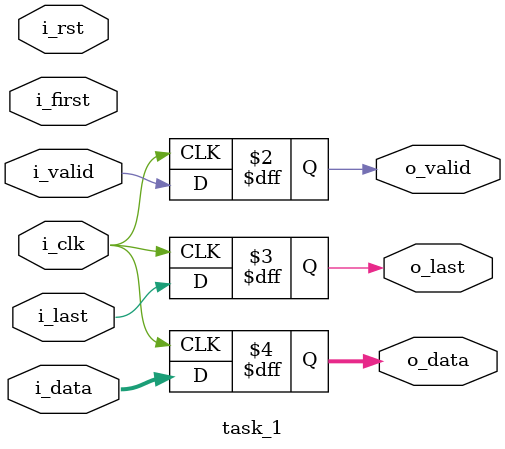
<source format=sv>
`timescale 1ns / 1ps
module task_1
#(
  parameter int TASK_INPUT_WIDTH = 16,
  parameter int TASK_OUTPUT_WIDTH = 16,
  parameter int INPUT_STREAMS     = 1,
  parameter int OUTPUT_STREAMS    = 1

)(
  input                               i_clk,
  input                               i_rst,

  input                               i_valid,
  input                               i_first,
  input                               i_last,
  input signed [TASK_INPUT_WIDTH-1:0] i_data,

  output reg                          o_valid,
  output reg                          o_last,
  output reg signed [TASK_OUTPUT_WIDTH-1:0] o_data
);

  always@(posedge i_clk) begin
    o_data  <= i_data;  // Just a dummy assignement. Replace with your code.
    o_valid <= i_valid; // Just a dummy assignement. Replace with your code.
    o_last  <= i_last;  // Just a dummy assignement. Replace with your code.
  end

endmodule

</source>
